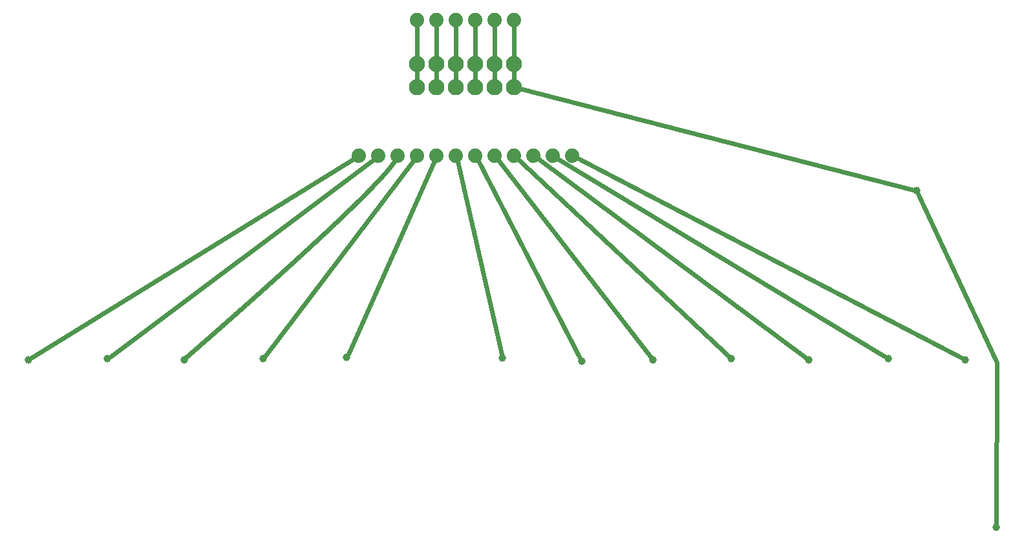
<source format=gbl>
G04 MADE WITH FRITZING*
G04 WWW.FRITZING.ORG*
G04 DOUBLE SIDED*
G04 HOLES PLATED*
G04 CONTOUR ON CENTER OF CONTOUR VECTOR*
%ASAXBY*%
%FSLAX23Y23*%
%MOIN*%
%OFA0B0*%
%SFA1.0B1.0*%
%ADD10C,0.074000*%
%ADD11C,0.083307*%
%ADD12C,0.039370*%
%ADD13C,0.024000*%
%ADD14R,0.001000X0.001000*%
%LNCOPPER0*%
G90*
G70*
G54D10*
X2657Y2072D03*
X2957Y2772D03*
X3057Y2072D03*
X2457Y2072D03*
X2857Y2072D03*
X3257Y2072D03*
X2557Y2072D03*
X2757Y2072D03*
X2957Y2072D03*
X3157Y2072D03*
X2457Y2772D03*
X2857Y2772D03*
X2557Y2772D03*
X2657Y2772D03*
X2757Y2772D03*
X2157Y2072D03*
X2257Y2072D03*
X2357Y2072D03*
X2657Y2072D03*
X2957Y2772D03*
X3057Y2072D03*
X2457Y2072D03*
X2857Y2072D03*
X3257Y2072D03*
X2557Y2072D03*
X2757Y2072D03*
X2957Y2072D03*
X3157Y2072D03*
X2457Y2772D03*
X2857Y2772D03*
X2557Y2772D03*
X2657Y2772D03*
X2757Y2772D03*
X2157Y2072D03*
X2257Y2072D03*
X2357Y2072D03*
G54D11*
X2454Y2426D03*
X2554Y2426D03*
X2654Y2426D03*
X2754Y2426D03*
X2854Y2426D03*
X2954Y2426D03*
X2454Y2544D03*
X2554Y2544D03*
X2654Y2544D03*
X2754Y2544D03*
X2854Y2544D03*
X2954Y2544D03*
G54D12*
X5032Y1891D03*
X5441Y155D03*
X858Y1024D03*
X1662Y1026D03*
X3305Y1011D03*
X451Y1019D03*
X1256Y1020D03*
X2093Y1032D03*
X2896Y1029D03*
X3672Y1018D03*
X4077Y1024D03*
X4886Y1026D03*
X4476Y1019D03*
X5281Y1020D03*
G54D13*
X467Y1029D02*
X2130Y2056D01*
D02*
X874Y1035D02*
X2232Y2053D01*
D02*
X1674Y1041D02*
X2438Y2047D01*
D02*
X2101Y1050D02*
X2544Y2044D01*
D02*
X2892Y1048D02*
X2664Y2042D01*
D02*
X3296Y1028D02*
X2771Y2044D01*
D02*
X3661Y1033D02*
X2876Y2047D01*
D02*
X4063Y1037D02*
X2980Y2051D01*
D02*
X4461Y1030D02*
X3082Y2054D01*
D02*
X4870Y1036D02*
X3183Y2056D01*
D02*
X5264Y1029D02*
X3284Y2058D01*
D02*
X2454Y2577D02*
X2456Y2741D01*
D02*
X2454Y2459D02*
X2454Y2512D01*
D02*
X2554Y2577D02*
X2556Y2741D01*
D02*
X2554Y2459D02*
X2554Y2512D01*
D02*
X2654Y2577D02*
X2656Y2741D01*
D02*
X2654Y2459D02*
X2654Y2512D01*
D02*
X2754Y2577D02*
X2756Y2741D01*
D02*
X2754Y2459D02*
X2754Y2512D01*
D02*
X2854Y2577D02*
X2856Y2741D01*
D02*
X2854Y2459D02*
X2854Y2512D01*
D02*
X2954Y2577D02*
X2956Y2741D01*
D02*
X2954Y2459D02*
X2954Y2512D01*
D02*
X5444Y1005D02*
X5441Y174D01*
D02*
X5040Y1874D02*
X5444Y1005D01*
D02*
X5014Y1896D02*
X2985Y2418D01*
G54D14*
X2354Y2084D02*
X2358Y2084D01*
X2351Y2083D02*
X2361Y2083D01*
X2349Y2082D02*
X2362Y2082D01*
X2348Y2081D02*
X2364Y2081D01*
X2347Y2080D02*
X2365Y2080D01*
X2346Y2079D02*
X2365Y2079D01*
X2346Y2078D02*
X2366Y2078D01*
X2345Y2077D02*
X2366Y2077D01*
X2345Y2076D02*
X2367Y2076D01*
X2345Y2075D02*
X2367Y2075D01*
X2345Y2074D02*
X2367Y2074D01*
X2344Y2073D02*
X2367Y2073D01*
X2344Y2072D02*
X2367Y2072D01*
X2344Y2071D02*
X2367Y2071D01*
X2344Y2070D02*
X2367Y2070D01*
X2343Y2069D02*
X2367Y2069D01*
X2343Y2068D02*
X2367Y2068D01*
X2342Y2067D02*
X2367Y2067D01*
X2342Y2066D02*
X2366Y2066D01*
X2342Y2065D02*
X2366Y2065D01*
X2341Y2064D02*
X2366Y2064D01*
X2341Y2063D02*
X2366Y2063D01*
X2340Y2062D02*
X2365Y2062D01*
X2340Y2061D02*
X2365Y2061D01*
X2339Y2060D02*
X2364Y2060D01*
X2338Y2059D02*
X2364Y2059D01*
X2338Y2058D02*
X2364Y2058D01*
X2337Y2057D02*
X2363Y2057D01*
X2337Y2056D02*
X2363Y2056D01*
X2336Y2055D02*
X2362Y2055D01*
X2336Y2054D02*
X2362Y2054D01*
X2335Y2053D02*
X2361Y2053D01*
X2334Y2052D02*
X2361Y2052D01*
X2334Y2051D02*
X2360Y2051D01*
X2333Y2050D02*
X2360Y2050D01*
X2332Y2049D02*
X2359Y2049D01*
X2332Y2048D02*
X2359Y2048D01*
X2331Y2047D02*
X2358Y2047D01*
X2330Y2046D02*
X2358Y2046D01*
X2330Y2045D02*
X2357Y2045D01*
X2329Y2044D02*
X2357Y2044D01*
X2328Y2043D02*
X2356Y2043D01*
X2328Y2042D02*
X2355Y2042D01*
X2327Y2041D02*
X2355Y2041D01*
X2326Y2040D02*
X2354Y2040D01*
X2325Y2039D02*
X2353Y2039D01*
X2325Y2038D02*
X2353Y2038D01*
X2324Y2037D02*
X2352Y2037D01*
X2323Y2036D02*
X2352Y2036D01*
X2322Y2035D02*
X2351Y2035D01*
X2322Y2034D02*
X2350Y2034D01*
X2321Y2033D02*
X2350Y2033D01*
X2320Y2032D02*
X2349Y2032D01*
X2319Y2031D02*
X2348Y2031D01*
X2319Y2030D02*
X2347Y2030D01*
X2318Y2029D02*
X2347Y2029D01*
X2317Y2028D02*
X2346Y2028D01*
X2316Y2027D02*
X2345Y2027D01*
X2316Y2026D02*
X2345Y2026D01*
X2315Y2025D02*
X2344Y2025D01*
X2314Y2024D02*
X2343Y2024D01*
X2313Y2023D02*
X2342Y2023D01*
X2312Y2022D02*
X2342Y2022D01*
X2312Y2021D02*
X2341Y2021D01*
X2311Y2020D02*
X2340Y2020D01*
X2310Y2019D02*
X2339Y2019D01*
X2309Y2018D02*
X2339Y2018D01*
X2308Y2017D02*
X2338Y2017D01*
X2308Y2016D02*
X2337Y2016D01*
X2307Y2015D02*
X2336Y2015D01*
X2306Y2014D02*
X2336Y2014D01*
X2305Y2013D02*
X2335Y2013D01*
X2304Y2012D02*
X2334Y2012D01*
X2304Y2011D02*
X2333Y2011D01*
X2303Y2010D02*
X2333Y2010D01*
X2302Y2009D02*
X2332Y2009D01*
X2301Y2008D02*
X2331Y2008D01*
X2300Y2007D02*
X2330Y2007D01*
X2299Y2006D02*
X2329Y2006D01*
X2299Y2005D02*
X2329Y2005D01*
X2298Y2004D02*
X2328Y2004D01*
X2297Y2003D02*
X2327Y2003D01*
X2296Y2002D02*
X2326Y2002D01*
X2295Y2001D02*
X2325Y2001D01*
X2294Y2000D02*
X2325Y2000D01*
X2293Y1999D02*
X2324Y1999D01*
X2293Y1998D02*
X2323Y1998D01*
X2292Y1997D02*
X2322Y1997D01*
X2291Y1996D02*
X2321Y1996D01*
X2290Y1995D02*
X2320Y1995D01*
X2289Y1994D02*
X2320Y1994D01*
X2288Y1993D02*
X2319Y1993D01*
X2287Y1992D02*
X2318Y1992D01*
X2286Y1991D02*
X2317Y1991D01*
X2286Y1990D02*
X2316Y1990D01*
X2285Y1989D02*
X2315Y1989D01*
X2284Y1988D02*
X2315Y1988D01*
X2283Y1987D02*
X2314Y1987D01*
X2282Y1986D02*
X2313Y1986D01*
X2281Y1985D02*
X2312Y1985D01*
X2280Y1984D02*
X2311Y1984D01*
X2279Y1983D02*
X2310Y1983D01*
X2279Y1982D02*
X2309Y1982D01*
X2278Y1981D02*
X2309Y1981D01*
X2277Y1980D02*
X2308Y1980D01*
X2276Y1979D02*
X2307Y1979D01*
X2275Y1978D02*
X2306Y1978D01*
X2274Y1977D02*
X2305Y1977D01*
X2273Y1976D02*
X2304Y1976D01*
X2272Y1975D02*
X2303Y1975D01*
X2271Y1974D02*
X2303Y1974D01*
X2270Y1973D02*
X2302Y1973D01*
X2270Y1972D02*
X2301Y1972D01*
X2269Y1971D02*
X2300Y1971D01*
X2268Y1970D02*
X2299Y1970D01*
X2267Y1969D02*
X2298Y1969D01*
X2266Y1968D02*
X2297Y1968D01*
X2265Y1967D02*
X2296Y1967D01*
X2264Y1966D02*
X2295Y1966D01*
X2263Y1965D02*
X2295Y1965D01*
X2262Y1964D02*
X2294Y1964D01*
X2261Y1963D02*
X2293Y1963D01*
X2260Y1962D02*
X2292Y1962D01*
X2259Y1961D02*
X2291Y1961D01*
X2258Y1960D02*
X2290Y1960D01*
X2258Y1959D02*
X2289Y1959D01*
X2257Y1958D02*
X2288Y1958D01*
X2256Y1957D02*
X2287Y1957D01*
X2255Y1956D02*
X2286Y1956D01*
X2254Y1955D02*
X2285Y1955D01*
X2253Y1954D02*
X2285Y1954D01*
X2252Y1953D02*
X2284Y1953D01*
X2251Y1952D02*
X2283Y1952D01*
X2250Y1951D02*
X2282Y1951D01*
X2249Y1950D02*
X2281Y1950D01*
X2248Y1949D02*
X2280Y1949D01*
X2247Y1948D02*
X2279Y1948D01*
X2246Y1947D02*
X2278Y1947D01*
X2246Y1946D02*
X2277Y1946D01*
X2245Y1945D02*
X2276Y1945D01*
X2244Y1944D02*
X2275Y1944D01*
X2243Y1943D02*
X2274Y1943D01*
X2242Y1942D02*
X2273Y1942D01*
X2241Y1941D02*
X2273Y1941D01*
X2240Y1940D02*
X2272Y1940D01*
X2239Y1939D02*
X2271Y1939D01*
X2238Y1938D02*
X2270Y1938D01*
X2237Y1937D02*
X2269Y1937D01*
X2236Y1936D02*
X2268Y1936D01*
X2235Y1935D02*
X2267Y1935D01*
X2234Y1934D02*
X2266Y1934D01*
X2233Y1933D02*
X2265Y1933D01*
X2232Y1932D02*
X2264Y1932D01*
X2231Y1931D02*
X2263Y1931D01*
X2230Y1930D02*
X2262Y1930D01*
X2229Y1929D02*
X2261Y1929D01*
X2228Y1928D02*
X2261Y1928D01*
X2227Y1927D02*
X2260Y1927D01*
X2226Y1926D02*
X2259Y1926D01*
X2226Y1925D02*
X2258Y1925D01*
X2225Y1924D02*
X2257Y1924D01*
X2224Y1923D02*
X2256Y1923D01*
X2223Y1922D02*
X2255Y1922D01*
X2222Y1921D02*
X2254Y1921D01*
X2221Y1920D02*
X2253Y1920D01*
X2220Y1919D02*
X2252Y1919D01*
X2219Y1918D02*
X2251Y1918D01*
X2218Y1917D02*
X2250Y1917D01*
X2217Y1916D02*
X2249Y1916D01*
X2216Y1915D02*
X2248Y1915D01*
X2215Y1914D02*
X2247Y1914D01*
X2214Y1913D02*
X2246Y1913D01*
X2213Y1912D02*
X2245Y1912D01*
X2212Y1911D02*
X2244Y1911D01*
X2211Y1910D02*
X2243Y1910D01*
X2210Y1909D02*
X2242Y1909D01*
X2209Y1908D02*
X2241Y1908D01*
X2208Y1907D02*
X2240Y1907D01*
X2207Y1906D02*
X2240Y1906D01*
X2206Y1905D02*
X2239Y1905D01*
X2205Y1904D02*
X2238Y1904D01*
X2204Y1903D02*
X2237Y1903D01*
X2203Y1902D02*
X2236Y1902D01*
X2202Y1901D02*
X2235Y1901D01*
X2201Y1900D02*
X2234Y1900D01*
X2200Y1899D02*
X2233Y1899D01*
X2199Y1898D02*
X2232Y1898D01*
X2198Y1897D02*
X2231Y1897D01*
X2197Y1896D02*
X2230Y1896D01*
X2196Y1895D02*
X2229Y1895D01*
X2195Y1894D02*
X2228Y1894D01*
X2194Y1893D02*
X2227Y1893D01*
X2193Y1892D02*
X2226Y1892D01*
X2192Y1891D02*
X2225Y1891D01*
X2191Y1890D02*
X2224Y1890D01*
X2190Y1889D02*
X2223Y1889D01*
X2189Y1888D02*
X2222Y1888D01*
X2188Y1887D02*
X2221Y1887D01*
X2187Y1886D02*
X2220Y1886D01*
X2187Y1885D02*
X2219Y1885D01*
X2186Y1884D02*
X2218Y1884D01*
X2185Y1883D02*
X2217Y1883D01*
X2184Y1882D02*
X2216Y1882D01*
X2183Y1881D02*
X2215Y1881D01*
X2182Y1880D02*
X2214Y1880D01*
X2181Y1879D02*
X2213Y1879D01*
X2180Y1878D02*
X2212Y1878D01*
X2179Y1877D02*
X2211Y1877D01*
X2178Y1876D02*
X2210Y1876D01*
X2177Y1875D02*
X2209Y1875D01*
X2176Y1874D02*
X2208Y1874D01*
X2175Y1873D02*
X2207Y1873D01*
X2174Y1872D02*
X2206Y1872D01*
X2173Y1871D02*
X2205Y1871D01*
X2172Y1870D02*
X2204Y1870D01*
X2171Y1869D02*
X2203Y1869D01*
X2170Y1868D02*
X2202Y1868D01*
X2169Y1867D02*
X2201Y1867D01*
X2168Y1866D02*
X2200Y1866D01*
X2167Y1865D02*
X2199Y1865D01*
X2166Y1864D02*
X2199Y1864D01*
X2165Y1863D02*
X2198Y1863D01*
X2164Y1862D02*
X2197Y1862D01*
X2163Y1861D02*
X2196Y1861D01*
X2162Y1860D02*
X2195Y1860D01*
X2161Y1859D02*
X2194Y1859D01*
X2160Y1858D02*
X2193Y1858D01*
X2159Y1857D02*
X2192Y1857D01*
X2158Y1856D02*
X2191Y1856D01*
X2157Y1855D02*
X2190Y1855D01*
X2156Y1854D02*
X2189Y1854D01*
X2155Y1853D02*
X2188Y1853D01*
X2154Y1852D02*
X2187Y1852D01*
X2153Y1851D02*
X2186Y1851D01*
X2152Y1850D02*
X2185Y1850D01*
X2150Y1849D02*
X2184Y1849D01*
X2149Y1848D02*
X2183Y1848D01*
X2148Y1847D02*
X2182Y1847D01*
X2147Y1846D02*
X2181Y1846D01*
X2146Y1845D02*
X2180Y1845D01*
X2145Y1844D02*
X2179Y1844D01*
X2144Y1843D02*
X2178Y1843D01*
X2143Y1842D02*
X2177Y1842D01*
X2142Y1841D02*
X2176Y1841D01*
X2141Y1840D02*
X2175Y1840D01*
X2140Y1839D02*
X2174Y1839D01*
X2139Y1838D02*
X2172Y1838D01*
X2138Y1837D02*
X2171Y1837D01*
X2137Y1836D02*
X2170Y1836D01*
X2136Y1835D02*
X2169Y1835D01*
X2135Y1834D02*
X2168Y1834D01*
X2134Y1833D02*
X2167Y1833D01*
X2133Y1832D02*
X2166Y1832D01*
X2132Y1831D02*
X2165Y1831D01*
X2131Y1830D02*
X2164Y1830D01*
X2130Y1829D02*
X2163Y1829D01*
X2129Y1828D02*
X2162Y1828D01*
X2128Y1827D02*
X2161Y1827D01*
X2127Y1826D02*
X2160Y1826D01*
X2126Y1825D02*
X2159Y1825D01*
X2125Y1824D02*
X2158Y1824D01*
X2124Y1823D02*
X2157Y1823D01*
X2123Y1822D02*
X2156Y1822D01*
X2122Y1821D02*
X2155Y1821D01*
X2121Y1820D02*
X2154Y1820D01*
X2120Y1819D02*
X2153Y1819D01*
X2119Y1818D02*
X2152Y1818D01*
X2118Y1817D02*
X2151Y1817D01*
X2117Y1816D02*
X2150Y1816D01*
X2116Y1815D02*
X2149Y1815D01*
X2115Y1814D02*
X2148Y1814D01*
X2114Y1813D02*
X2147Y1813D01*
X2113Y1812D02*
X2146Y1812D01*
X2112Y1811D02*
X2145Y1811D01*
X2111Y1810D02*
X2144Y1810D01*
X2110Y1809D02*
X2143Y1809D01*
X2109Y1808D02*
X2142Y1808D01*
X2108Y1807D02*
X2141Y1807D01*
X2107Y1806D02*
X2140Y1806D01*
X2106Y1805D02*
X2139Y1805D01*
X2105Y1804D02*
X2138Y1804D01*
X2104Y1803D02*
X2137Y1803D01*
X2103Y1802D02*
X2136Y1802D01*
X2102Y1801D02*
X2135Y1801D01*
X2100Y1800D02*
X2134Y1800D01*
X2099Y1799D02*
X2133Y1799D01*
X2098Y1798D02*
X2132Y1798D01*
X2097Y1797D02*
X2131Y1797D01*
X2096Y1796D02*
X2130Y1796D01*
X2095Y1795D02*
X2129Y1795D01*
X2094Y1794D02*
X2128Y1794D01*
X2093Y1793D02*
X2127Y1793D01*
X2092Y1792D02*
X2126Y1792D01*
X2091Y1791D02*
X2125Y1791D01*
X2090Y1790D02*
X2124Y1790D01*
X2089Y1789D02*
X2123Y1789D01*
X2088Y1788D02*
X2122Y1788D01*
X2087Y1787D02*
X2121Y1787D01*
X2086Y1786D02*
X2120Y1786D01*
X2085Y1785D02*
X2118Y1785D01*
X2084Y1784D02*
X2117Y1784D01*
X2083Y1783D02*
X2116Y1783D01*
X2082Y1782D02*
X2115Y1782D01*
X2081Y1781D02*
X2114Y1781D01*
X2080Y1780D02*
X2113Y1780D01*
X2079Y1779D02*
X2112Y1779D01*
X2078Y1778D02*
X2111Y1778D01*
X2077Y1777D02*
X2110Y1777D01*
X2076Y1776D02*
X2109Y1776D01*
X2075Y1775D02*
X2108Y1775D01*
X2074Y1774D02*
X2107Y1774D01*
X2072Y1773D02*
X2106Y1773D01*
X2071Y1772D02*
X2105Y1772D01*
X2070Y1771D02*
X2104Y1771D01*
X2069Y1770D02*
X2103Y1770D01*
X2068Y1769D02*
X2102Y1769D01*
X2067Y1768D02*
X2101Y1768D01*
X2066Y1767D02*
X2100Y1767D01*
X2065Y1766D02*
X2099Y1766D01*
X2064Y1765D02*
X2098Y1765D01*
X2063Y1764D02*
X2097Y1764D01*
X2062Y1763D02*
X2096Y1763D01*
X2061Y1762D02*
X2095Y1762D01*
X2060Y1761D02*
X2094Y1761D01*
X2059Y1760D02*
X2093Y1760D01*
X2058Y1759D02*
X2092Y1759D01*
X2057Y1758D02*
X2091Y1758D01*
X2056Y1757D02*
X2089Y1757D01*
X2055Y1756D02*
X2088Y1756D01*
X2054Y1755D02*
X2087Y1755D01*
X2053Y1754D02*
X2086Y1754D01*
X2052Y1753D02*
X2085Y1753D01*
X2051Y1752D02*
X2084Y1752D01*
X2050Y1751D02*
X2083Y1751D01*
X2048Y1750D02*
X2082Y1750D01*
X2047Y1749D02*
X2081Y1749D01*
X2046Y1748D02*
X2080Y1748D01*
X2045Y1747D02*
X2079Y1747D01*
X2044Y1746D02*
X2078Y1746D01*
X2043Y1745D02*
X2077Y1745D01*
X2042Y1744D02*
X2076Y1744D01*
X2041Y1743D02*
X2075Y1743D01*
X2040Y1742D02*
X2074Y1742D01*
X2039Y1741D02*
X2073Y1741D01*
X2038Y1740D02*
X2072Y1740D01*
X2037Y1739D02*
X2071Y1739D01*
X2036Y1738D02*
X2070Y1738D01*
X2035Y1737D02*
X2069Y1737D01*
X2034Y1736D02*
X2068Y1736D01*
X2033Y1735D02*
X2067Y1735D01*
X2032Y1734D02*
X2065Y1734D01*
X2031Y1733D02*
X2064Y1733D01*
X2030Y1732D02*
X2063Y1732D01*
X2028Y1731D02*
X2062Y1731D01*
X2027Y1730D02*
X2061Y1730D01*
X2026Y1729D02*
X2060Y1729D01*
X2025Y1728D02*
X2059Y1728D01*
X2024Y1727D02*
X2058Y1727D01*
X2023Y1726D02*
X2057Y1726D01*
X2022Y1725D02*
X2056Y1725D01*
X2021Y1724D02*
X2055Y1724D01*
X2020Y1723D02*
X2054Y1723D01*
X2019Y1722D02*
X2053Y1722D01*
X2018Y1721D02*
X2052Y1721D01*
X2017Y1720D02*
X2051Y1720D01*
X2016Y1719D02*
X2050Y1719D01*
X2015Y1718D02*
X2049Y1718D01*
X2014Y1717D02*
X2048Y1717D01*
X2013Y1716D02*
X2047Y1716D01*
X2012Y1715D02*
X2045Y1715D01*
X2010Y1714D02*
X2044Y1714D01*
X2009Y1713D02*
X2043Y1713D01*
X2008Y1712D02*
X2042Y1712D01*
X2007Y1711D02*
X2041Y1711D01*
X2006Y1710D02*
X2040Y1710D01*
X2005Y1709D02*
X2039Y1709D01*
X2004Y1708D02*
X2038Y1708D01*
X2003Y1707D02*
X2037Y1707D01*
X2002Y1706D02*
X2036Y1706D01*
X2001Y1705D02*
X2035Y1705D01*
X2000Y1704D02*
X2034Y1704D01*
X1999Y1703D02*
X2033Y1703D01*
X1998Y1702D02*
X2032Y1702D01*
X1997Y1701D02*
X2031Y1701D01*
X1996Y1700D02*
X2030Y1700D01*
X1995Y1699D02*
X2029Y1699D01*
X1994Y1698D02*
X2027Y1698D01*
X1992Y1697D02*
X2026Y1697D01*
X1991Y1696D02*
X2025Y1696D01*
X1990Y1695D02*
X2024Y1695D01*
X1989Y1694D02*
X2023Y1694D01*
X1988Y1693D02*
X2022Y1693D01*
X1987Y1692D02*
X2021Y1692D01*
X1986Y1691D02*
X2020Y1691D01*
X1985Y1690D02*
X2019Y1690D01*
X1984Y1689D02*
X2018Y1689D01*
X1983Y1688D02*
X2017Y1688D01*
X1982Y1687D02*
X2016Y1687D01*
X1981Y1686D02*
X2015Y1686D01*
X1980Y1685D02*
X2014Y1685D01*
X1979Y1684D02*
X2013Y1684D01*
X1978Y1683D02*
X2012Y1683D01*
X1976Y1682D02*
X2011Y1682D01*
X1975Y1681D02*
X2009Y1681D01*
X1974Y1680D02*
X2008Y1680D01*
X1973Y1679D02*
X2007Y1679D01*
X1972Y1678D02*
X2006Y1678D01*
X1971Y1677D02*
X2005Y1677D01*
X1970Y1676D02*
X2004Y1676D01*
X1969Y1675D02*
X2003Y1675D01*
X1968Y1674D02*
X2002Y1674D01*
X1967Y1673D02*
X2001Y1673D01*
X1966Y1672D02*
X2000Y1672D01*
X1965Y1671D02*
X1999Y1671D01*
X1964Y1670D02*
X1998Y1670D01*
X1963Y1669D02*
X1997Y1669D01*
X1961Y1668D02*
X1996Y1668D01*
X1960Y1667D02*
X1995Y1667D01*
X1959Y1666D02*
X1993Y1666D01*
X1958Y1665D02*
X1992Y1665D01*
X1957Y1664D02*
X1991Y1664D01*
X1956Y1663D02*
X1990Y1663D01*
X1955Y1662D02*
X1989Y1662D01*
X1954Y1661D02*
X1988Y1661D01*
X1953Y1660D02*
X1987Y1660D01*
X1952Y1659D02*
X1986Y1659D01*
X1951Y1658D02*
X1985Y1658D01*
X1950Y1657D02*
X1984Y1657D01*
X1949Y1656D02*
X1983Y1656D01*
X1948Y1655D02*
X1982Y1655D01*
X1947Y1654D02*
X1981Y1654D01*
X1945Y1653D02*
X1980Y1653D01*
X1944Y1652D02*
X1979Y1652D01*
X1943Y1651D02*
X1977Y1651D01*
X1942Y1650D02*
X1976Y1650D01*
X1941Y1649D02*
X1975Y1649D01*
X1940Y1648D02*
X1974Y1648D01*
X1939Y1647D02*
X1973Y1647D01*
X1938Y1646D02*
X1972Y1646D01*
X1937Y1645D02*
X1971Y1645D01*
X1936Y1644D02*
X1970Y1644D01*
X1935Y1643D02*
X1969Y1643D01*
X1934Y1642D02*
X1968Y1642D01*
X1932Y1641D02*
X1967Y1641D01*
X1931Y1640D02*
X1966Y1640D01*
X1930Y1639D02*
X1965Y1639D01*
X1929Y1638D02*
X1964Y1638D01*
X1928Y1637D02*
X1962Y1637D01*
X1927Y1636D02*
X1961Y1636D01*
X1926Y1635D02*
X1960Y1635D01*
X1925Y1634D02*
X1959Y1634D01*
X1924Y1633D02*
X1958Y1633D01*
X1923Y1632D02*
X1957Y1632D01*
X1922Y1631D02*
X1956Y1631D01*
X1921Y1630D02*
X1955Y1630D01*
X1920Y1629D02*
X1954Y1629D01*
X1918Y1628D02*
X1953Y1628D01*
X1917Y1627D02*
X1952Y1627D01*
X1916Y1626D02*
X1951Y1626D01*
X1915Y1625D02*
X1950Y1625D01*
X1914Y1624D02*
X1948Y1624D01*
X1913Y1623D02*
X1947Y1623D01*
X1912Y1622D02*
X1946Y1622D01*
X1911Y1621D02*
X1945Y1621D01*
X1910Y1620D02*
X1944Y1620D01*
X1909Y1619D02*
X1943Y1619D01*
X1908Y1618D02*
X1942Y1618D01*
X1907Y1617D02*
X1941Y1617D01*
X1906Y1616D02*
X1940Y1616D01*
X1904Y1615D02*
X1939Y1615D01*
X1903Y1614D02*
X1938Y1614D01*
X1902Y1613D02*
X1937Y1613D01*
X1901Y1612D02*
X1936Y1612D01*
X1900Y1611D02*
X1934Y1611D01*
X1899Y1610D02*
X1933Y1610D01*
X1898Y1609D02*
X1932Y1609D01*
X1897Y1608D02*
X1931Y1608D01*
X1896Y1607D02*
X1930Y1607D01*
X1895Y1606D02*
X1929Y1606D01*
X1894Y1605D02*
X1928Y1605D01*
X1893Y1604D02*
X1927Y1604D01*
X1891Y1603D02*
X1926Y1603D01*
X1890Y1602D02*
X1925Y1602D01*
X1889Y1601D02*
X1924Y1601D01*
X1888Y1600D02*
X1923Y1600D01*
X1887Y1599D02*
X1922Y1599D01*
X1886Y1598D02*
X1920Y1598D01*
X1885Y1597D02*
X1919Y1597D01*
X1884Y1596D02*
X1918Y1596D01*
X1883Y1595D02*
X1917Y1595D01*
X1882Y1594D02*
X1916Y1594D01*
X1881Y1593D02*
X1915Y1593D01*
X1879Y1592D02*
X1914Y1592D01*
X1878Y1591D02*
X1913Y1591D01*
X1877Y1590D02*
X1912Y1590D01*
X1876Y1589D02*
X1911Y1589D01*
X1875Y1588D02*
X1910Y1588D01*
X1874Y1587D02*
X1909Y1587D01*
X1873Y1586D02*
X1907Y1586D01*
X1872Y1585D02*
X1906Y1585D01*
X1871Y1584D02*
X1905Y1584D01*
X1870Y1583D02*
X1904Y1583D01*
X1869Y1582D02*
X1903Y1582D01*
X1867Y1581D02*
X1902Y1581D01*
X1866Y1580D02*
X1901Y1580D01*
X1865Y1579D02*
X1900Y1579D01*
X1864Y1578D02*
X1899Y1578D01*
X1863Y1577D02*
X1898Y1577D01*
X1862Y1576D02*
X1897Y1576D01*
X1861Y1575D02*
X1895Y1575D01*
X1860Y1574D02*
X1894Y1574D01*
X1859Y1573D02*
X1893Y1573D01*
X1858Y1572D02*
X1892Y1572D01*
X1857Y1571D02*
X1891Y1571D01*
X1855Y1570D02*
X1890Y1570D01*
X1854Y1569D02*
X1889Y1569D01*
X1853Y1568D02*
X1888Y1568D01*
X1852Y1567D02*
X1887Y1567D01*
X1851Y1566D02*
X1886Y1566D01*
X1850Y1565D02*
X1885Y1565D01*
X1849Y1564D02*
X1883Y1564D01*
X1848Y1563D02*
X1882Y1563D01*
X1847Y1562D02*
X1881Y1562D01*
X1846Y1561D02*
X1880Y1561D01*
X1845Y1560D02*
X1879Y1560D01*
X1843Y1559D02*
X1878Y1559D01*
X1842Y1558D02*
X1877Y1558D01*
X1841Y1557D02*
X1876Y1557D01*
X1840Y1556D02*
X1875Y1556D01*
X1839Y1555D02*
X1874Y1555D01*
X1838Y1554D02*
X1872Y1554D01*
X1837Y1553D02*
X1871Y1553D01*
X1836Y1552D02*
X1870Y1552D01*
X1835Y1551D02*
X1869Y1551D01*
X1834Y1550D02*
X1868Y1550D01*
X1833Y1549D02*
X1867Y1549D01*
X1831Y1548D02*
X1866Y1548D01*
X1830Y1547D02*
X1865Y1547D01*
X1829Y1546D02*
X1864Y1546D01*
X1828Y1545D02*
X1863Y1545D01*
X1827Y1544D02*
X1862Y1544D01*
X1826Y1543D02*
X1860Y1543D01*
X1825Y1542D02*
X1859Y1542D01*
X1824Y1541D02*
X1858Y1541D01*
X1823Y1540D02*
X1857Y1540D01*
X1822Y1539D02*
X1856Y1539D01*
X1821Y1538D02*
X1855Y1538D01*
X1819Y1537D02*
X1854Y1537D01*
X1818Y1536D02*
X1853Y1536D01*
X1817Y1535D02*
X1852Y1535D01*
X1816Y1534D02*
X1851Y1534D01*
X1815Y1533D02*
X1850Y1533D01*
X1814Y1532D02*
X1848Y1532D01*
X1813Y1531D02*
X1847Y1531D01*
X1812Y1530D02*
X1846Y1530D01*
X1811Y1529D02*
X1845Y1529D01*
X1810Y1528D02*
X1844Y1528D01*
X1809Y1527D02*
X1843Y1527D01*
X1807Y1526D02*
X1842Y1526D01*
X1806Y1525D02*
X1841Y1525D01*
X1805Y1524D02*
X1840Y1524D01*
X1804Y1523D02*
X1839Y1523D01*
X1803Y1522D02*
X1838Y1522D01*
X1802Y1521D02*
X1836Y1521D01*
X1801Y1520D02*
X1835Y1520D01*
X1800Y1519D02*
X1834Y1519D01*
X1799Y1518D02*
X1833Y1518D01*
X1798Y1517D02*
X1832Y1517D01*
X1796Y1516D02*
X1831Y1516D01*
X1795Y1515D02*
X1830Y1515D01*
X1794Y1514D02*
X1829Y1514D01*
X1793Y1513D02*
X1828Y1513D01*
X1792Y1512D02*
X1827Y1512D01*
X1791Y1511D02*
X1826Y1511D01*
X1790Y1510D02*
X1824Y1510D01*
X1789Y1509D02*
X1823Y1509D01*
X1788Y1508D02*
X1822Y1508D01*
X1787Y1507D02*
X1821Y1507D01*
X1785Y1506D02*
X1820Y1506D01*
X1784Y1505D02*
X1819Y1505D01*
X1783Y1504D02*
X1818Y1504D01*
X1782Y1503D02*
X1817Y1503D01*
X1781Y1502D02*
X1816Y1502D01*
X1780Y1501D02*
X1815Y1501D01*
X1779Y1500D02*
X1814Y1500D01*
X1778Y1499D02*
X1812Y1499D01*
X1777Y1498D02*
X1811Y1498D01*
X1776Y1497D02*
X1810Y1497D01*
X1774Y1496D02*
X1809Y1496D01*
X1773Y1495D02*
X1808Y1495D01*
X1772Y1494D02*
X1807Y1494D01*
X1771Y1493D02*
X1806Y1493D01*
X1770Y1492D02*
X1805Y1492D01*
X1769Y1491D02*
X1804Y1491D01*
X1768Y1490D02*
X1803Y1490D01*
X1767Y1489D02*
X1801Y1489D01*
X1766Y1488D02*
X1800Y1488D01*
X1764Y1487D02*
X1799Y1487D01*
X1763Y1486D02*
X1798Y1486D01*
X1762Y1485D02*
X1797Y1485D01*
X1761Y1484D02*
X1796Y1484D01*
X1760Y1483D02*
X1795Y1483D01*
X1759Y1482D02*
X1794Y1482D01*
X1758Y1481D02*
X1793Y1481D01*
X1757Y1480D02*
X1791Y1480D01*
X1756Y1479D02*
X1790Y1479D01*
X1755Y1478D02*
X1789Y1478D01*
X1753Y1477D02*
X1788Y1477D01*
X1752Y1476D02*
X1787Y1476D01*
X1751Y1475D02*
X1786Y1475D01*
X1750Y1474D02*
X1785Y1474D01*
X1749Y1473D02*
X1784Y1473D01*
X1748Y1472D02*
X1783Y1472D01*
X1747Y1471D02*
X1782Y1471D01*
X1746Y1470D02*
X1780Y1470D01*
X1745Y1469D02*
X1779Y1469D01*
X1743Y1468D02*
X1778Y1468D01*
X1742Y1467D02*
X1777Y1467D01*
X1741Y1466D02*
X1776Y1466D01*
X1740Y1465D02*
X1775Y1465D01*
X1739Y1464D02*
X1774Y1464D01*
X1738Y1463D02*
X1773Y1463D01*
X1737Y1462D02*
X1772Y1462D01*
X1736Y1461D02*
X1770Y1461D01*
X1735Y1460D02*
X1769Y1460D01*
X1734Y1459D02*
X1768Y1459D01*
X1732Y1458D02*
X1767Y1458D01*
X1731Y1457D02*
X1766Y1457D01*
X1730Y1456D02*
X1765Y1456D01*
X1729Y1455D02*
X1764Y1455D01*
X1728Y1454D02*
X1763Y1454D01*
X1727Y1453D02*
X1762Y1453D01*
X1726Y1452D02*
X1761Y1452D01*
X1725Y1451D02*
X1759Y1451D01*
X1724Y1450D02*
X1758Y1450D01*
X1722Y1449D02*
X1757Y1449D01*
X1721Y1448D02*
X1756Y1448D01*
X1720Y1447D02*
X1755Y1447D01*
X1719Y1446D02*
X1754Y1446D01*
X1718Y1445D02*
X1753Y1445D01*
X1717Y1444D02*
X1752Y1444D01*
X1716Y1443D02*
X1751Y1443D01*
X1715Y1442D02*
X1749Y1442D01*
X1714Y1441D02*
X1748Y1441D01*
X1713Y1440D02*
X1747Y1440D01*
X1711Y1439D02*
X1746Y1439D01*
X1710Y1438D02*
X1745Y1438D01*
X1709Y1437D02*
X1744Y1437D01*
X1708Y1436D02*
X1743Y1436D01*
X1707Y1435D02*
X1742Y1435D01*
X1706Y1434D02*
X1741Y1434D01*
X1705Y1433D02*
X1740Y1433D01*
X1704Y1432D02*
X1738Y1432D01*
X1703Y1431D02*
X1737Y1431D01*
X1701Y1430D02*
X1736Y1430D01*
X1700Y1429D02*
X1735Y1429D01*
X1699Y1428D02*
X1734Y1428D01*
X1698Y1427D02*
X1733Y1427D01*
X1697Y1426D02*
X1732Y1426D01*
X1696Y1425D02*
X1731Y1425D01*
X1695Y1424D02*
X1730Y1424D01*
X1694Y1423D02*
X1728Y1423D01*
X1693Y1422D02*
X1727Y1422D01*
X1691Y1421D02*
X1726Y1421D01*
X1690Y1420D02*
X1725Y1420D01*
X1689Y1419D02*
X1724Y1419D01*
X1688Y1418D02*
X1723Y1418D01*
X1687Y1417D02*
X1722Y1417D01*
X1686Y1416D02*
X1721Y1416D01*
X1685Y1415D02*
X1720Y1415D01*
X1684Y1414D02*
X1719Y1414D01*
X1683Y1413D02*
X1717Y1413D01*
X1681Y1412D02*
X1716Y1412D01*
X1680Y1411D02*
X1715Y1411D01*
X1679Y1410D02*
X1714Y1410D01*
X1678Y1409D02*
X1713Y1409D01*
X1677Y1408D02*
X1712Y1408D01*
X1676Y1407D02*
X1711Y1407D01*
X1675Y1406D02*
X1710Y1406D01*
X1674Y1405D02*
X1709Y1405D01*
X1673Y1404D02*
X1707Y1404D01*
X1671Y1403D02*
X1706Y1403D01*
X1670Y1402D02*
X1705Y1402D01*
X1669Y1401D02*
X1704Y1401D01*
X1668Y1400D02*
X1703Y1400D01*
X1667Y1399D02*
X1702Y1399D01*
X1666Y1398D02*
X1701Y1398D01*
X1665Y1397D02*
X1700Y1397D01*
X1664Y1396D02*
X1699Y1396D01*
X1662Y1395D02*
X1697Y1395D01*
X1661Y1394D02*
X1696Y1394D01*
X1660Y1393D02*
X1695Y1393D01*
X1659Y1392D02*
X1694Y1392D01*
X1658Y1391D02*
X1693Y1391D01*
X1657Y1390D02*
X1692Y1390D01*
X1656Y1389D02*
X1691Y1389D01*
X1655Y1388D02*
X1690Y1388D01*
X1654Y1387D02*
X1689Y1387D01*
X1652Y1386D02*
X1687Y1386D01*
X1651Y1385D02*
X1686Y1385D01*
X1650Y1384D02*
X1685Y1384D01*
X1649Y1383D02*
X1684Y1383D01*
X1648Y1382D02*
X1683Y1382D01*
X1647Y1381D02*
X1682Y1381D01*
X1646Y1380D02*
X1681Y1380D01*
X1645Y1379D02*
X1680Y1379D01*
X1643Y1378D02*
X1678Y1378D01*
X1642Y1377D02*
X1677Y1377D01*
X1641Y1376D02*
X1676Y1376D01*
X1640Y1375D02*
X1675Y1375D01*
X1639Y1374D02*
X1674Y1374D01*
X1638Y1373D02*
X1673Y1373D01*
X1637Y1372D02*
X1672Y1372D01*
X1636Y1371D02*
X1671Y1371D01*
X1635Y1370D02*
X1670Y1370D01*
X1633Y1369D02*
X1668Y1369D01*
X1632Y1368D02*
X1667Y1368D01*
X1631Y1367D02*
X1666Y1367D01*
X1630Y1366D02*
X1665Y1366D01*
X1629Y1365D02*
X1664Y1365D01*
X1628Y1364D02*
X1663Y1364D01*
X1627Y1363D02*
X1662Y1363D01*
X1626Y1362D02*
X1661Y1362D01*
X1625Y1361D02*
X1659Y1361D01*
X1623Y1360D02*
X1658Y1360D01*
X1622Y1359D02*
X1657Y1359D01*
X1621Y1358D02*
X1656Y1358D01*
X1620Y1357D02*
X1655Y1357D01*
X1619Y1356D02*
X1654Y1356D01*
X1618Y1355D02*
X1653Y1355D01*
X1617Y1354D02*
X1652Y1354D01*
X1616Y1353D02*
X1651Y1353D01*
X1614Y1352D02*
X1649Y1352D01*
X1613Y1351D02*
X1648Y1351D01*
X1612Y1350D02*
X1647Y1350D01*
X1611Y1349D02*
X1646Y1349D01*
X1610Y1348D02*
X1645Y1348D01*
X1609Y1347D02*
X1644Y1347D01*
X1608Y1346D02*
X1643Y1346D01*
X1607Y1345D02*
X1642Y1345D01*
X1606Y1344D02*
X1641Y1344D01*
X1604Y1343D02*
X1639Y1343D01*
X1603Y1342D02*
X1638Y1342D01*
X1602Y1341D02*
X1637Y1341D01*
X1601Y1340D02*
X1636Y1340D01*
X1600Y1339D02*
X1635Y1339D01*
X1599Y1338D02*
X1634Y1338D01*
X1598Y1337D02*
X1633Y1337D01*
X1597Y1336D02*
X1632Y1336D01*
X1595Y1335D02*
X1630Y1335D01*
X1594Y1334D02*
X1629Y1334D01*
X1593Y1333D02*
X1628Y1333D01*
X1592Y1332D02*
X1627Y1332D01*
X1591Y1331D02*
X1626Y1331D01*
X1590Y1330D02*
X1625Y1330D01*
X1589Y1329D02*
X1624Y1329D01*
X1588Y1328D02*
X1623Y1328D01*
X1586Y1327D02*
X1622Y1327D01*
X1585Y1326D02*
X1620Y1326D01*
X1584Y1325D02*
X1619Y1325D01*
X1583Y1324D02*
X1618Y1324D01*
X1582Y1323D02*
X1617Y1323D01*
X1581Y1322D02*
X1616Y1322D01*
X1580Y1321D02*
X1615Y1321D01*
X1579Y1320D02*
X1614Y1320D01*
X1577Y1319D02*
X1613Y1319D01*
X1576Y1318D02*
X1611Y1318D01*
X1575Y1317D02*
X1610Y1317D01*
X1574Y1316D02*
X1609Y1316D01*
X1573Y1315D02*
X1608Y1315D01*
X1572Y1314D02*
X1607Y1314D01*
X1571Y1313D02*
X1606Y1313D01*
X1570Y1312D02*
X1605Y1312D01*
X1568Y1311D02*
X1604Y1311D01*
X1567Y1310D02*
X1602Y1310D01*
X1566Y1309D02*
X1601Y1309D01*
X1565Y1308D02*
X1600Y1308D01*
X1564Y1307D02*
X1599Y1307D01*
X1563Y1306D02*
X1598Y1306D01*
X1562Y1305D02*
X1597Y1305D01*
X1561Y1304D02*
X1596Y1304D01*
X1559Y1303D02*
X1595Y1303D01*
X1558Y1302D02*
X1593Y1302D01*
X1557Y1301D02*
X1592Y1301D01*
X1556Y1300D02*
X1591Y1300D01*
X1555Y1299D02*
X1590Y1299D01*
X1554Y1298D02*
X1589Y1298D01*
X1553Y1297D02*
X1588Y1297D01*
X1552Y1296D02*
X1587Y1296D01*
X1550Y1295D02*
X1586Y1295D01*
X1549Y1294D02*
X1584Y1294D01*
X1548Y1293D02*
X1583Y1293D01*
X1547Y1292D02*
X1582Y1292D01*
X1546Y1291D02*
X1581Y1291D01*
X1545Y1290D02*
X1580Y1290D01*
X1544Y1289D02*
X1579Y1289D01*
X1543Y1288D02*
X1578Y1288D01*
X1541Y1287D02*
X1577Y1287D01*
X1540Y1286D02*
X1575Y1286D01*
X1539Y1285D02*
X1574Y1285D01*
X1538Y1284D02*
X1573Y1284D01*
X1537Y1283D02*
X1572Y1283D01*
X1536Y1282D02*
X1571Y1282D01*
X1535Y1281D02*
X1570Y1281D01*
X1534Y1280D02*
X1569Y1280D01*
X1532Y1279D02*
X1568Y1279D01*
X1531Y1278D02*
X1566Y1278D01*
X1530Y1277D02*
X1565Y1277D01*
X1529Y1276D02*
X1564Y1276D01*
X1528Y1275D02*
X1563Y1275D01*
X1527Y1274D02*
X1562Y1274D01*
X1526Y1273D02*
X1561Y1273D01*
X1525Y1272D02*
X1560Y1272D01*
X1523Y1271D02*
X1559Y1271D01*
X1522Y1270D02*
X1557Y1270D01*
X1521Y1269D02*
X1556Y1269D01*
X1520Y1268D02*
X1555Y1268D01*
X1519Y1267D02*
X1554Y1267D01*
X1518Y1266D02*
X1553Y1266D01*
X1517Y1265D02*
X1552Y1265D01*
X1516Y1264D02*
X1551Y1264D01*
X1514Y1263D02*
X1550Y1263D01*
X1513Y1262D02*
X1548Y1262D01*
X1512Y1261D02*
X1547Y1261D01*
X1511Y1260D02*
X1546Y1260D01*
X1510Y1259D02*
X1545Y1259D01*
X1509Y1258D02*
X1544Y1258D01*
X1508Y1257D02*
X1543Y1257D01*
X1507Y1256D02*
X1542Y1256D01*
X1505Y1255D02*
X1541Y1255D01*
X1504Y1254D02*
X1539Y1254D01*
X1503Y1253D02*
X1538Y1253D01*
X1502Y1252D02*
X1537Y1252D01*
X1501Y1251D02*
X1536Y1251D01*
X1500Y1250D02*
X1535Y1250D01*
X1499Y1249D02*
X1534Y1249D01*
X1498Y1248D02*
X1533Y1248D01*
X1496Y1247D02*
X1532Y1247D01*
X1495Y1246D02*
X1530Y1246D01*
X1494Y1245D02*
X1529Y1245D01*
X1493Y1244D02*
X1528Y1244D01*
X1492Y1243D02*
X1527Y1243D01*
X1491Y1242D02*
X1526Y1242D01*
X1490Y1241D02*
X1525Y1241D01*
X1488Y1240D02*
X1524Y1240D01*
X1487Y1239D02*
X1523Y1239D01*
X1486Y1238D02*
X1521Y1238D01*
X1485Y1237D02*
X1520Y1237D01*
X1484Y1236D02*
X1519Y1236D01*
X1483Y1235D02*
X1518Y1235D01*
X1482Y1234D02*
X1517Y1234D01*
X1481Y1233D02*
X1516Y1233D01*
X1479Y1232D02*
X1515Y1232D01*
X1478Y1231D02*
X1514Y1231D01*
X1477Y1230D02*
X1512Y1230D01*
X1476Y1229D02*
X1511Y1229D01*
X1475Y1228D02*
X1510Y1228D01*
X1474Y1227D02*
X1509Y1227D01*
X1473Y1226D02*
X1508Y1226D01*
X1471Y1225D02*
X1507Y1225D01*
X1470Y1224D02*
X1506Y1224D01*
X1469Y1223D02*
X1504Y1223D01*
X1468Y1222D02*
X1503Y1222D01*
X1467Y1221D02*
X1502Y1221D01*
X1466Y1220D02*
X1501Y1220D01*
X1465Y1219D02*
X1500Y1219D01*
X1464Y1218D02*
X1499Y1218D01*
X1462Y1217D02*
X1498Y1217D01*
X1461Y1216D02*
X1497Y1216D01*
X1460Y1215D02*
X1495Y1215D01*
X1459Y1214D02*
X1494Y1214D01*
X1458Y1213D02*
X1493Y1213D01*
X1457Y1212D02*
X1492Y1212D01*
X1456Y1211D02*
X1491Y1211D01*
X1454Y1210D02*
X1490Y1210D01*
X1453Y1209D02*
X1489Y1209D01*
X1452Y1208D02*
X1487Y1208D01*
X1451Y1207D02*
X1486Y1207D01*
X1450Y1206D02*
X1485Y1206D01*
X1449Y1205D02*
X1484Y1205D01*
X1448Y1204D02*
X1483Y1204D01*
X1447Y1203D02*
X1482Y1203D01*
X1445Y1202D02*
X1481Y1202D01*
X1444Y1201D02*
X1480Y1201D01*
X1443Y1200D02*
X1478Y1200D01*
X1442Y1199D02*
X1477Y1199D01*
X1441Y1198D02*
X1476Y1198D01*
X1440Y1197D02*
X1475Y1197D01*
X1439Y1196D02*
X1474Y1196D01*
X1437Y1195D02*
X1473Y1195D01*
X1436Y1194D02*
X1472Y1194D01*
X1435Y1193D02*
X1470Y1193D01*
X1434Y1192D02*
X1469Y1192D01*
X1433Y1191D02*
X1468Y1191D01*
X1432Y1190D02*
X1467Y1190D01*
X1431Y1189D02*
X1466Y1189D01*
X1429Y1188D02*
X1465Y1188D01*
X1428Y1187D02*
X1464Y1187D01*
X1427Y1186D02*
X1463Y1186D01*
X1426Y1185D02*
X1461Y1185D01*
X1425Y1184D02*
X1460Y1184D01*
X1424Y1183D02*
X1459Y1183D01*
X1423Y1182D02*
X1458Y1182D01*
X1422Y1181D02*
X1457Y1181D01*
X1420Y1180D02*
X1456Y1180D01*
X1419Y1179D02*
X1455Y1179D01*
X1418Y1178D02*
X1453Y1178D01*
X1417Y1177D02*
X1452Y1177D01*
X1416Y1176D02*
X1451Y1176D01*
X1415Y1175D02*
X1450Y1175D01*
X1414Y1174D02*
X1449Y1174D01*
X1412Y1173D02*
X1448Y1173D01*
X1411Y1172D02*
X1447Y1172D01*
X1410Y1171D02*
X1446Y1171D01*
X1409Y1170D02*
X1444Y1170D01*
X1408Y1169D02*
X1443Y1169D01*
X1407Y1168D02*
X1442Y1168D01*
X1406Y1167D02*
X1441Y1167D01*
X1404Y1166D02*
X1440Y1166D01*
X1403Y1165D02*
X1439Y1165D01*
X1402Y1164D02*
X1438Y1164D01*
X1401Y1163D02*
X1436Y1163D01*
X1400Y1162D02*
X1435Y1162D01*
X1399Y1161D02*
X1434Y1161D01*
X1398Y1160D02*
X1433Y1160D01*
X1396Y1159D02*
X1432Y1159D01*
X1395Y1158D02*
X1431Y1158D01*
X1394Y1157D02*
X1430Y1157D01*
X1393Y1156D02*
X1428Y1156D01*
X1392Y1155D02*
X1427Y1155D01*
X1391Y1154D02*
X1426Y1154D01*
X1390Y1153D02*
X1425Y1153D01*
X1388Y1152D02*
X1424Y1152D01*
X1387Y1151D02*
X1423Y1151D01*
X1386Y1150D02*
X1422Y1150D01*
X1385Y1149D02*
X1420Y1149D01*
X1384Y1148D02*
X1419Y1148D01*
X1383Y1147D02*
X1418Y1147D01*
X1382Y1146D02*
X1417Y1146D01*
X1380Y1145D02*
X1416Y1145D01*
X1379Y1144D02*
X1415Y1144D01*
X1378Y1143D02*
X1414Y1143D01*
X1377Y1142D02*
X1412Y1142D01*
X1376Y1141D02*
X1411Y1141D01*
X1375Y1140D02*
X1410Y1140D01*
X1374Y1139D02*
X1409Y1139D01*
X1372Y1138D02*
X1408Y1138D01*
X1371Y1137D02*
X1407Y1137D01*
X1370Y1136D02*
X1406Y1136D01*
X1369Y1135D02*
X1404Y1135D01*
X1368Y1134D02*
X1403Y1134D01*
X1367Y1133D02*
X1402Y1133D01*
X1366Y1132D02*
X1401Y1132D01*
X1364Y1131D02*
X1400Y1131D01*
X1363Y1130D02*
X1399Y1130D01*
X1362Y1129D02*
X1398Y1129D01*
X1361Y1128D02*
X1396Y1128D01*
X1360Y1127D02*
X1395Y1127D01*
X1359Y1126D02*
X1394Y1126D01*
X1358Y1125D02*
X1393Y1125D01*
X1356Y1124D02*
X1392Y1124D01*
X1355Y1123D02*
X1391Y1123D01*
X1354Y1122D02*
X1390Y1122D01*
X1353Y1121D02*
X1388Y1121D01*
X1352Y1120D02*
X1387Y1120D01*
X1351Y1119D02*
X1386Y1119D01*
X1350Y1118D02*
X1385Y1118D01*
X1348Y1117D02*
X1384Y1117D01*
X1347Y1116D02*
X1383Y1116D01*
X1346Y1115D02*
X1382Y1115D01*
X1345Y1114D02*
X1380Y1114D01*
X1344Y1113D02*
X1379Y1113D01*
X1343Y1112D02*
X1378Y1112D01*
X1342Y1111D02*
X1377Y1111D01*
X1340Y1110D02*
X1376Y1110D01*
X1339Y1109D02*
X1375Y1109D01*
X1338Y1108D02*
X1374Y1108D01*
X1337Y1107D02*
X1372Y1107D01*
X1336Y1106D02*
X1371Y1106D01*
X1335Y1105D02*
X1370Y1105D01*
X1334Y1104D02*
X1369Y1104D01*
X1332Y1103D02*
X1368Y1103D01*
X1331Y1102D02*
X1367Y1102D01*
X1330Y1101D02*
X1366Y1101D01*
X1329Y1100D02*
X1364Y1100D01*
X1328Y1099D02*
X1363Y1099D01*
X1327Y1098D02*
X1362Y1098D01*
X1326Y1097D02*
X1361Y1097D01*
X1324Y1096D02*
X1360Y1096D01*
X1323Y1095D02*
X1359Y1095D01*
X1322Y1094D02*
X1358Y1094D01*
X1321Y1093D02*
X1356Y1093D01*
X1320Y1092D02*
X1355Y1092D01*
X1319Y1091D02*
X1354Y1091D01*
X1318Y1090D02*
X1353Y1090D01*
X1316Y1089D02*
X1352Y1089D01*
X1315Y1088D02*
X1351Y1088D01*
X1314Y1087D02*
X1350Y1087D01*
X1313Y1086D02*
X1348Y1086D01*
X1312Y1085D02*
X1347Y1085D01*
X1311Y1084D02*
X1346Y1084D01*
X1310Y1083D02*
X1345Y1083D01*
X1308Y1082D02*
X1344Y1082D01*
X1307Y1081D02*
X1343Y1081D01*
X1306Y1080D02*
X1342Y1080D01*
X1305Y1079D02*
X1340Y1079D01*
X1304Y1078D02*
X1339Y1078D01*
X1303Y1077D02*
X1338Y1077D01*
X1302Y1076D02*
X1337Y1076D01*
X1300Y1075D02*
X1336Y1075D01*
X1299Y1074D02*
X1335Y1074D01*
X1298Y1073D02*
X1334Y1073D01*
X1297Y1072D02*
X1332Y1072D01*
X1296Y1071D02*
X1331Y1071D01*
X1295Y1070D02*
X1330Y1070D01*
X1294Y1069D02*
X1329Y1069D01*
X1292Y1068D02*
X1328Y1068D01*
X1291Y1067D02*
X1327Y1067D01*
X1290Y1066D02*
X1326Y1066D01*
X1289Y1065D02*
X1324Y1065D01*
X1288Y1064D02*
X1323Y1064D01*
X1287Y1063D02*
X1322Y1063D01*
X1285Y1062D02*
X1321Y1062D01*
X1284Y1061D02*
X1320Y1061D01*
X1283Y1060D02*
X1319Y1060D01*
X1282Y1059D02*
X1318Y1059D01*
X1281Y1058D02*
X1316Y1058D01*
X1280Y1057D02*
X1315Y1057D01*
X1279Y1056D02*
X1314Y1056D01*
X1277Y1055D02*
X1313Y1055D01*
X1276Y1054D02*
X1312Y1054D01*
X1275Y1053D02*
X1311Y1053D01*
X1274Y1052D02*
X1310Y1052D01*
X1273Y1051D02*
X1308Y1051D01*
X1272Y1050D02*
X1307Y1050D01*
X1271Y1049D02*
X1306Y1049D01*
X1269Y1048D02*
X1305Y1048D01*
X1268Y1047D02*
X1304Y1047D01*
X1267Y1046D02*
X1303Y1046D01*
X1266Y1045D02*
X1302Y1045D01*
X1265Y1044D02*
X1300Y1044D01*
X1264Y1043D02*
X1299Y1043D01*
X1262Y1042D02*
X1298Y1042D01*
X1261Y1041D02*
X1297Y1041D01*
X1260Y1040D02*
X1296Y1040D01*
X1259Y1039D02*
X1295Y1039D01*
X1258Y1038D02*
X1293Y1038D01*
X1257Y1037D02*
X1292Y1037D01*
X1256Y1036D02*
X1291Y1036D01*
X1254Y1035D02*
X1290Y1035D01*
X1253Y1034D02*
X1289Y1034D01*
X1252Y1033D02*
X1288Y1033D01*
X1251Y1032D02*
X1287Y1032D01*
X1250Y1031D02*
X1285Y1031D01*
X1249Y1030D02*
X1284Y1030D01*
X1248Y1029D02*
X1283Y1029D01*
X1247Y1028D02*
X1282Y1028D01*
X1246Y1027D02*
X1281Y1027D01*
X1245Y1026D02*
X1280Y1026D01*
X1245Y1025D02*
X1279Y1025D01*
X1245Y1024D02*
X1277Y1024D01*
X1244Y1023D02*
X1276Y1023D01*
X1244Y1022D02*
X1275Y1022D01*
X1244Y1021D02*
X1274Y1021D01*
X1244Y1020D02*
X1273Y1020D01*
X1244Y1019D02*
X1272Y1019D01*
X1244Y1018D02*
X1270Y1018D01*
X1245Y1017D02*
X1269Y1017D01*
X1245Y1016D02*
X1268Y1016D01*
X1245Y1015D02*
X1267Y1015D01*
X1246Y1014D02*
X1266Y1014D01*
X1247Y1013D02*
X1265Y1013D01*
X1248Y1012D02*
X1264Y1012D01*
X1249Y1011D02*
X1262Y1011D01*
X1250Y1010D02*
X1261Y1010D01*
X1253Y1009D02*
X1258Y1009D01*
D02*
G04 End of Copper0*
M02*
</source>
